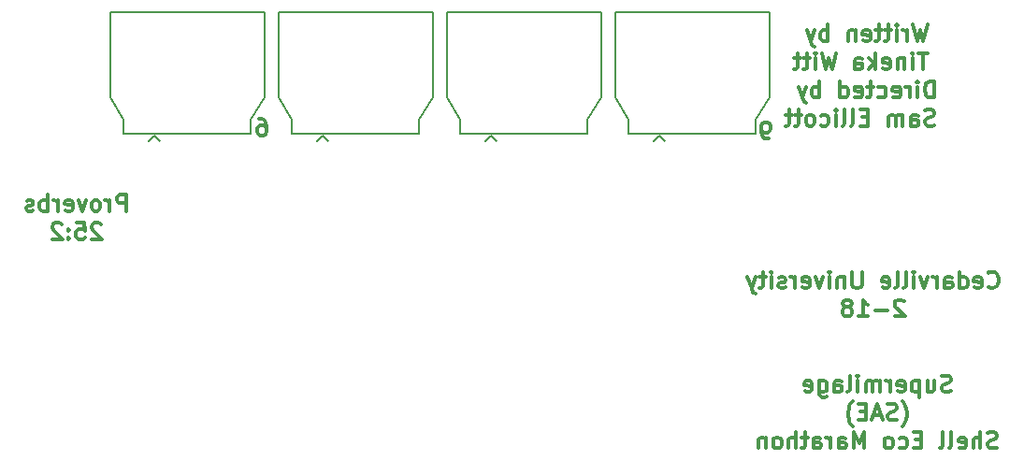
<source format=gbo>
G04 #@! TF.FileFunction,Legend,Bot*
%FSLAX46Y46*%
G04 Gerber Fmt 4.6, Leading zero omitted, Abs format (unit mm)*
G04 Created by KiCad (PCBNEW 4.0.7) date Fri Feb 23 12:26:53 2018*
%MOMM*%
%LPD*%
G01*
G04 APERTURE LIST*
%ADD10C,0.100000*%
%ADD11C,0.300000*%
%ADD12C,0.150000*%
G04 APERTURE END LIST*
D10*
D11*
X188506857Y-58128143D02*
X188292571Y-58199571D01*
X187935428Y-58199571D01*
X187792571Y-58128143D01*
X187721142Y-58056714D01*
X187649714Y-57913857D01*
X187649714Y-57771000D01*
X187721142Y-57628143D01*
X187792571Y-57556714D01*
X187935428Y-57485286D01*
X188221142Y-57413857D01*
X188364000Y-57342429D01*
X188435428Y-57271000D01*
X188506857Y-57128143D01*
X188506857Y-56985286D01*
X188435428Y-56842429D01*
X188364000Y-56771000D01*
X188221142Y-56699571D01*
X187864000Y-56699571D01*
X187649714Y-56771000D01*
X186364000Y-57199571D02*
X186364000Y-58199571D01*
X187006857Y-57199571D02*
X187006857Y-57985286D01*
X186935429Y-58128143D01*
X186792571Y-58199571D01*
X186578286Y-58199571D01*
X186435429Y-58128143D01*
X186364000Y-58056714D01*
X185649714Y-57199571D02*
X185649714Y-58699571D01*
X185649714Y-57271000D02*
X185506857Y-57199571D01*
X185221143Y-57199571D01*
X185078286Y-57271000D01*
X185006857Y-57342429D01*
X184935428Y-57485286D01*
X184935428Y-57913857D01*
X185006857Y-58056714D01*
X185078286Y-58128143D01*
X185221143Y-58199571D01*
X185506857Y-58199571D01*
X185649714Y-58128143D01*
X183721143Y-58128143D02*
X183864000Y-58199571D01*
X184149714Y-58199571D01*
X184292571Y-58128143D01*
X184364000Y-57985286D01*
X184364000Y-57413857D01*
X184292571Y-57271000D01*
X184149714Y-57199571D01*
X183864000Y-57199571D01*
X183721143Y-57271000D01*
X183649714Y-57413857D01*
X183649714Y-57556714D01*
X184364000Y-57699571D01*
X183006857Y-58199571D02*
X183006857Y-57199571D01*
X183006857Y-57485286D02*
X182935429Y-57342429D01*
X182864000Y-57271000D01*
X182721143Y-57199571D01*
X182578286Y-57199571D01*
X182078286Y-58199571D02*
X182078286Y-57199571D01*
X182078286Y-57342429D02*
X182006858Y-57271000D01*
X181864000Y-57199571D01*
X181649715Y-57199571D01*
X181506858Y-57271000D01*
X181435429Y-57413857D01*
X181435429Y-58199571D01*
X181435429Y-57413857D02*
X181364000Y-57271000D01*
X181221143Y-57199571D01*
X181006858Y-57199571D01*
X180864000Y-57271000D01*
X180792572Y-57413857D01*
X180792572Y-58199571D01*
X180078286Y-58199571D02*
X180078286Y-57199571D01*
X180078286Y-56699571D02*
X180149715Y-56771000D01*
X180078286Y-56842429D01*
X180006858Y-56771000D01*
X180078286Y-56699571D01*
X180078286Y-56842429D01*
X179149714Y-58199571D02*
X179292572Y-58128143D01*
X179364000Y-57985286D01*
X179364000Y-56699571D01*
X177935429Y-58199571D02*
X177935429Y-57413857D01*
X178006858Y-57271000D01*
X178149715Y-57199571D01*
X178435429Y-57199571D01*
X178578286Y-57271000D01*
X177935429Y-58128143D02*
X178078286Y-58199571D01*
X178435429Y-58199571D01*
X178578286Y-58128143D01*
X178649715Y-57985286D01*
X178649715Y-57842429D01*
X178578286Y-57699571D01*
X178435429Y-57628143D01*
X178078286Y-57628143D01*
X177935429Y-57556714D01*
X176578286Y-57199571D02*
X176578286Y-58413857D01*
X176649715Y-58556714D01*
X176721143Y-58628143D01*
X176864000Y-58699571D01*
X177078286Y-58699571D01*
X177221143Y-58628143D01*
X176578286Y-58128143D02*
X176721143Y-58199571D01*
X177006857Y-58199571D01*
X177149715Y-58128143D01*
X177221143Y-58056714D01*
X177292572Y-57913857D01*
X177292572Y-57485286D01*
X177221143Y-57342429D01*
X177149715Y-57271000D01*
X177006857Y-57199571D01*
X176721143Y-57199571D01*
X176578286Y-57271000D01*
X175292572Y-58128143D02*
X175435429Y-58199571D01*
X175721143Y-58199571D01*
X175864000Y-58128143D01*
X175935429Y-57985286D01*
X175935429Y-57413857D01*
X175864000Y-57271000D01*
X175721143Y-57199571D01*
X175435429Y-57199571D01*
X175292572Y-57271000D01*
X175221143Y-57413857D01*
X175221143Y-57556714D01*
X175935429Y-57699571D01*
X184114000Y-61321000D02*
X184185428Y-61249571D01*
X184328285Y-61035286D01*
X184399714Y-60892429D01*
X184471143Y-60678143D01*
X184542571Y-60321000D01*
X184542571Y-60035286D01*
X184471143Y-59678143D01*
X184399714Y-59463857D01*
X184328285Y-59321000D01*
X184185428Y-59106714D01*
X184114000Y-59035286D01*
X183614000Y-60678143D02*
X183399714Y-60749571D01*
X183042571Y-60749571D01*
X182899714Y-60678143D01*
X182828285Y-60606714D01*
X182756857Y-60463857D01*
X182756857Y-60321000D01*
X182828285Y-60178143D01*
X182899714Y-60106714D01*
X183042571Y-60035286D01*
X183328285Y-59963857D01*
X183471143Y-59892429D01*
X183542571Y-59821000D01*
X183614000Y-59678143D01*
X183614000Y-59535286D01*
X183542571Y-59392429D01*
X183471143Y-59321000D01*
X183328285Y-59249571D01*
X182971143Y-59249571D01*
X182756857Y-59321000D01*
X182185429Y-60321000D02*
X181471143Y-60321000D01*
X182328286Y-60749571D02*
X181828286Y-59249571D01*
X181328286Y-60749571D01*
X180828286Y-59963857D02*
X180328286Y-59963857D01*
X180114000Y-60749571D02*
X180828286Y-60749571D01*
X180828286Y-59249571D01*
X180114000Y-59249571D01*
X179614000Y-61321000D02*
X179542572Y-61249571D01*
X179399715Y-61035286D01*
X179328286Y-60892429D01*
X179256857Y-60678143D01*
X179185429Y-60321000D01*
X179185429Y-60035286D01*
X179256857Y-59678143D01*
X179328286Y-59463857D01*
X179399715Y-59321000D01*
X179542572Y-59106714D01*
X179614000Y-59035286D01*
X192685428Y-63228143D02*
X192471142Y-63299571D01*
X192113999Y-63299571D01*
X191971142Y-63228143D01*
X191899713Y-63156714D01*
X191828285Y-63013857D01*
X191828285Y-62871000D01*
X191899713Y-62728143D01*
X191971142Y-62656714D01*
X192113999Y-62585286D01*
X192399713Y-62513857D01*
X192542571Y-62442429D01*
X192613999Y-62371000D01*
X192685428Y-62228143D01*
X192685428Y-62085286D01*
X192613999Y-61942429D01*
X192542571Y-61871000D01*
X192399713Y-61799571D01*
X192042571Y-61799571D01*
X191828285Y-61871000D01*
X191185428Y-63299571D02*
X191185428Y-61799571D01*
X190542571Y-63299571D02*
X190542571Y-62513857D01*
X190614000Y-62371000D01*
X190756857Y-62299571D01*
X190971142Y-62299571D01*
X191114000Y-62371000D01*
X191185428Y-62442429D01*
X189256857Y-63228143D02*
X189399714Y-63299571D01*
X189685428Y-63299571D01*
X189828285Y-63228143D01*
X189899714Y-63085286D01*
X189899714Y-62513857D01*
X189828285Y-62371000D01*
X189685428Y-62299571D01*
X189399714Y-62299571D01*
X189256857Y-62371000D01*
X189185428Y-62513857D01*
X189185428Y-62656714D01*
X189899714Y-62799571D01*
X188328285Y-63299571D02*
X188471143Y-63228143D01*
X188542571Y-63085286D01*
X188542571Y-61799571D01*
X187542571Y-63299571D02*
X187685429Y-63228143D01*
X187756857Y-63085286D01*
X187756857Y-61799571D01*
X185828286Y-62513857D02*
X185328286Y-62513857D01*
X185114000Y-63299571D02*
X185828286Y-63299571D01*
X185828286Y-61799571D01*
X185114000Y-61799571D01*
X183828286Y-63228143D02*
X183971143Y-63299571D01*
X184256857Y-63299571D01*
X184399715Y-63228143D01*
X184471143Y-63156714D01*
X184542572Y-63013857D01*
X184542572Y-62585286D01*
X184471143Y-62442429D01*
X184399715Y-62371000D01*
X184256857Y-62299571D01*
X183971143Y-62299571D01*
X183828286Y-62371000D01*
X182971143Y-63299571D02*
X183114001Y-63228143D01*
X183185429Y-63156714D01*
X183256858Y-63013857D01*
X183256858Y-62585286D01*
X183185429Y-62442429D01*
X183114001Y-62371000D01*
X182971143Y-62299571D01*
X182756858Y-62299571D01*
X182614001Y-62371000D01*
X182542572Y-62442429D01*
X182471143Y-62585286D01*
X182471143Y-63013857D01*
X182542572Y-63156714D01*
X182614001Y-63228143D01*
X182756858Y-63299571D01*
X182971143Y-63299571D01*
X180685429Y-63299571D02*
X180685429Y-61799571D01*
X180185429Y-62871000D01*
X179685429Y-61799571D01*
X179685429Y-63299571D01*
X178328286Y-63299571D02*
X178328286Y-62513857D01*
X178399715Y-62371000D01*
X178542572Y-62299571D01*
X178828286Y-62299571D01*
X178971143Y-62371000D01*
X178328286Y-63228143D02*
X178471143Y-63299571D01*
X178828286Y-63299571D01*
X178971143Y-63228143D01*
X179042572Y-63085286D01*
X179042572Y-62942429D01*
X178971143Y-62799571D01*
X178828286Y-62728143D01*
X178471143Y-62728143D01*
X178328286Y-62656714D01*
X177614000Y-63299571D02*
X177614000Y-62299571D01*
X177614000Y-62585286D02*
X177542572Y-62442429D01*
X177471143Y-62371000D01*
X177328286Y-62299571D01*
X177185429Y-62299571D01*
X176042572Y-63299571D02*
X176042572Y-62513857D01*
X176114001Y-62371000D01*
X176256858Y-62299571D01*
X176542572Y-62299571D01*
X176685429Y-62371000D01*
X176042572Y-63228143D02*
X176185429Y-63299571D01*
X176542572Y-63299571D01*
X176685429Y-63228143D01*
X176756858Y-63085286D01*
X176756858Y-62942429D01*
X176685429Y-62799571D01*
X176542572Y-62728143D01*
X176185429Y-62728143D01*
X176042572Y-62656714D01*
X175542572Y-62299571D02*
X174971143Y-62299571D01*
X175328286Y-61799571D02*
X175328286Y-63085286D01*
X175256858Y-63228143D01*
X175114000Y-63299571D01*
X174971143Y-63299571D01*
X174471143Y-63299571D02*
X174471143Y-61799571D01*
X173828286Y-63299571D02*
X173828286Y-62513857D01*
X173899715Y-62371000D01*
X174042572Y-62299571D01*
X174256857Y-62299571D01*
X174399715Y-62371000D01*
X174471143Y-62442429D01*
X172899714Y-63299571D02*
X173042572Y-63228143D01*
X173114000Y-63156714D01*
X173185429Y-63013857D01*
X173185429Y-62585286D01*
X173114000Y-62442429D01*
X173042572Y-62371000D01*
X172899714Y-62299571D01*
X172685429Y-62299571D01*
X172542572Y-62371000D01*
X172471143Y-62442429D01*
X172399714Y-62585286D01*
X172399714Y-63013857D01*
X172471143Y-63156714D01*
X172542572Y-63228143D01*
X172685429Y-63299571D01*
X172899714Y-63299571D01*
X171756857Y-62299571D02*
X171756857Y-63299571D01*
X171756857Y-62442429D02*
X171685429Y-62371000D01*
X171542571Y-62299571D01*
X171328286Y-62299571D01*
X171185429Y-62371000D01*
X171114000Y-62513857D01*
X171114000Y-63299571D01*
X186375714Y-24944571D02*
X186018571Y-26444571D01*
X185732857Y-25373143D01*
X185447143Y-26444571D01*
X185090000Y-24944571D01*
X184518571Y-26444571D02*
X184518571Y-25444571D01*
X184518571Y-25730286D02*
X184447143Y-25587429D01*
X184375714Y-25516000D01*
X184232857Y-25444571D01*
X184090000Y-25444571D01*
X183590000Y-26444571D02*
X183590000Y-25444571D01*
X183590000Y-24944571D02*
X183661429Y-25016000D01*
X183590000Y-25087429D01*
X183518572Y-25016000D01*
X183590000Y-24944571D01*
X183590000Y-25087429D01*
X183090000Y-25444571D02*
X182518571Y-25444571D01*
X182875714Y-24944571D02*
X182875714Y-26230286D01*
X182804286Y-26373143D01*
X182661428Y-26444571D01*
X182518571Y-26444571D01*
X182232857Y-25444571D02*
X181661428Y-25444571D01*
X182018571Y-24944571D02*
X182018571Y-26230286D01*
X181947143Y-26373143D01*
X181804285Y-26444571D01*
X181661428Y-26444571D01*
X180590000Y-26373143D02*
X180732857Y-26444571D01*
X181018571Y-26444571D01*
X181161428Y-26373143D01*
X181232857Y-26230286D01*
X181232857Y-25658857D01*
X181161428Y-25516000D01*
X181018571Y-25444571D01*
X180732857Y-25444571D01*
X180590000Y-25516000D01*
X180518571Y-25658857D01*
X180518571Y-25801714D01*
X181232857Y-25944571D01*
X179875714Y-25444571D02*
X179875714Y-26444571D01*
X179875714Y-25587429D02*
X179804286Y-25516000D01*
X179661428Y-25444571D01*
X179447143Y-25444571D01*
X179304286Y-25516000D01*
X179232857Y-25658857D01*
X179232857Y-26444571D01*
X177375714Y-26444571D02*
X177375714Y-24944571D01*
X177375714Y-25516000D02*
X177232857Y-25444571D01*
X176947143Y-25444571D01*
X176804286Y-25516000D01*
X176732857Y-25587429D01*
X176661428Y-25730286D01*
X176661428Y-26158857D01*
X176732857Y-26301714D01*
X176804286Y-26373143D01*
X176947143Y-26444571D01*
X177232857Y-26444571D01*
X177375714Y-26373143D01*
X176161428Y-25444571D02*
X175804285Y-26444571D01*
X175447143Y-25444571D02*
X175804285Y-26444571D01*
X175947143Y-26801714D01*
X176018571Y-26873143D01*
X176161428Y-26944571D01*
X186375715Y-27494571D02*
X185518572Y-27494571D01*
X185947143Y-28994571D02*
X185947143Y-27494571D01*
X185018572Y-28994571D02*
X185018572Y-27994571D01*
X185018572Y-27494571D02*
X185090001Y-27566000D01*
X185018572Y-27637429D01*
X184947144Y-27566000D01*
X185018572Y-27494571D01*
X185018572Y-27637429D01*
X184304286Y-27994571D02*
X184304286Y-28994571D01*
X184304286Y-28137429D02*
X184232858Y-28066000D01*
X184090000Y-27994571D01*
X183875715Y-27994571D01*
X183732858Y-28066000D01*
X183661429Y-28208857D01*
X183661429Y-28994571D01*
X182375715Y-28923143D02*
X182518572Y-28994571D01*
X182804286Y-28994571D01*
X182947143Y-28923143D01*
X183018572Y-28780286D01*
X183018572Y-28208857D01*
X182947143Y-28066000D01*
X182804286Y-27994571D01*
X182518572Y-27994571D01*
X182375715Y-28066000D01*
X182304286Y-28208857D01*
X182304286Y-28351714D01*
X183018572Y-28494571D01*
X181661429Y-28994571D02*
X181661429Y-27494571D01*
X181518572Y-28423143D02*
X181090001Y-28994571D01*
X181090001Y-27994571D02*
X181661429Y-28566000D01*
X179804286Y-28994571D02*
X179804286Y-28208857D01*
X179875715Y-28066000D01*
X180018572Y-27994571D01*
X180304286Y-27994571D01*
X180447143Y-28066000D01*
X179804286Y-28923143D02*
X179947143Y-28994571D01*
X180304286Y-28994571D01*
X180447143Y-28923143D01*
X180518572Y-28780286D01*
X180518572Y-28637429D01*
X180447143Y-28494571D01*
X180304286Y-28423143D01*
X179947143Y-28423143D01*
X179804286Y-28351714D01*
X178090000Y-27494571D02*
X177732857Y-28994571D01*
X177447143Y-27923143D01*
X177161429Y-28994571D01*
X176804286Y-27494571D01*
X176232857Y-28994571D02*
X176232857Y-27994571D01*
X176232857Y-27494571D02*
X176304286Y-27566000D01*
X176232857Y-27637429D01*
X176161429Y-27566000D01*
X176232857Y-27494571D01*
X176232857Y-27637429D01*
X175732857Y-27994571D02*
X175161428Y-27994571D01*
X175518571Y-27494571D02*
X175518571Y-28780286D01*
X175447143Y-28923143D01*
X175304285Y-28994571D01*
X175161428Y-28994571D01*
X174875714Y-27994571D02*
X174304285Y-27994571D01*
X174661428Y-27494571D02*
X174661428Y-28780286D01*
X174590000Y-28923143D01*
X174447142Y-28994571D01*
X174304285Y-28994571D01*
X186982856Y-31544571D02*
X186982856Y-30044571D01*
X186625713Y-30044571D01*
X186411428Y-30116000D01*
X186268570Y-30258857D01*
X186197142Y-30401714D01*
X186125713Y-30687429D01*
X186125713Y-30901714D01*
X186197142Y-31187429D01*
X186268570Y-31330286D01*
X186411428Y-31473143D01*
X186625713Y-31544571D01*
X186982856Y-31544571D01*
X185482856Y-31544571D02*
X185482856Y-30544571D01*
X185482856Y-30044571D02*
X185554285Y-30116000D01*
X185482856Y-30187429D01*
X185411428Y-30116000D01*
X185482856Y-30044571D01*
X185482856Y-30187429D01*
X184768570Y-31544571D02*
X184768570Y-30544571D01*
X184768570Y-30830286D02*
X184697142Y-30687429D01*
X184625713Y-30616000D01*
X184482856Y-30544571D01*
X184339999Y-30544571D01*
X183268571Y-31473143D02*
X183411428Y-31544571D01*
X183697142Y-31544571D01*
X183839999Y-31473143D01*
X183911428Y-31330286D01*
X183911428Y-30758857D01*
X183839999Y-30616000D01*
X183697142Y-30544571D01*
X183411428Y-30544571D01*
X183268571Y-30616000D01*
X183197142Y-30758857D01*
X183197142Y-30901714D01*
X183911428Y-31044571D01*
X181911428Y-31473143D02*
X182054285Y-31544571D01*
X182339999Y-31544571D01*
X182482857Y-31473143D01*
X182554285Y-31401714D01*
X182625714Y-31258857D01*
X182625714Y-30830286D01*
X182554285Y-30687429D01*
X182482857Y-30616000D01*
X182339999Y-30544571D01*
X182054285Y-30544571D01*
X181911428Y-30616000D01*
X181482857Y-30544571D02*
X180911428Y-30544571D01*
X181268571Y-30044571D02*
X181268571Y-31330286D01*
X181197143Y-31473143D01*
X181054285Y-31544571D01*
X180911428Y-31544571D01*
X179840000Y-31473143D02*
X179982857Y-31544571D01*
X180268571Y-31544571D01*
X180411428Y-31473143D01*
X180482857Y-31330286D01*
X180482857Y-30758857D01*
X180411428Y-30616000D01*
X180268571Y-30544571D01*
X179982857Y-30544571D01*
X179840000Y-30616000D01*
X179768571Y-30758857D01*
X179768571Y-30901714D01*
X180482857Y-31044571D01*
X178482857Y-31544571D02*
X178482857Y-30044571D01*
X178482857Y-31473143D02*
X178625714Y-31544571D01*
X178911428Y-31544571D01*
X179054286Y-31473143D01*
X179125714Y-31401714D01*
X179197143Y-31258857D01*
X179197143Y-30830286D01*
X179125714Y-30687429D01*
X179054286Y-30616000D01*
X178911428Y-30544571D01*
X178625714Y-30544571D01*
X178482857Y-30616000D01*
X176625714Y-31544571D02*
X176625714Y-30044571D01*
X176625714Y-30616000D02*
X176482857Y-30544571D01*
X176197143Y-30544571D01*
X176054286Y-30616000D01*
X175982857Y-30687429D01*
X175911428Y-30830286D01*
X175911428Y-31258857D01*
X175982857Y-31401714D01*
X176054286Y-31473143D01*
X176197143Y-31544571D01*
X176482857Y-31544571D01*
X176625714Y-31473143D01*
X175411428Y-30544571D02*
X175054285Y-31544571D01*
X174697143Y-30544571D02*
X175054285Y-31544571D01*
X175197143Y-31901714D01*
X175268571Y-31973143D01*
X175411428Y-32044571D01*
X187018571Y-34023143D02*
X186804285Y-34094571D01*
X186447142Y-34094571D01*
X186304285Y-34023143D01*
X186232856Y-33951714D01*
X186161428Y-33808857D01*
X186161428Y-33666000D01*
X186232856Y-33523143D01*
X186304285Y-33451714D01*
X186447142Y-33380286D01*
X186732856Y-33308857D01*
X186875714Y-33237429D01*
X186947142Y-33166000D01*
X187018571Y-33023143D01*
X187018571Y-32880286D01*
X186947142Y-32737429D01*
X186875714Y-32666000D01*
X186732856Y-32594571D01*
X186375714Y-32594571D01*
X186161428Y-32666000D01*
X184875714Y-34094571D02*
X184875714Y-33308857D01*
X184947143Y-33166000D01*
X185090000Y-33094571D01*
X185375714Y-33094571D01*
X185518571Y-33166000D01*
X184875714Y-34023143D02*
X185018571Y-34094571D01*
X185375714Y-34094571D01*
X185518571Y-34023143D01*
X185590000Y-33880286D01*
X185590000Y-33737429D01*
X185518571Y-33594571D01*
X185375714Y-33523143D01*
X185018571Y-33523143D01*
X184875714Y-33451714D01*
X184161428Y-34094571D02*
X184161428Y-33094571D01*
X184161428Y-33237429D02*
X184090000Y-33166000D01*
X183947142Y-33094571D01*
X183732857Y-33094571D01*
X183590000Y-33166000D01*
X183518571Y-33308857D01*
X183518571Y-34094571D01*
X183518571Y-33308857D02*
X183447142Y-33166000D01*
X183304285Y-33094571D01*
X183090000Y-33094571D01*
X182947142Y-33166000D01*
X182875714Y-33308857D01*
X182875714Y-34094571D01*
X181018571Y-33308857D02*
X180518571Y-33308857D01*
X180304285Y-34094571D02*
X181018571Y-34094571D01*
X181018571Y-32594571D01*
X180304285Y-32594571D01*
X179447142Y-34094571D02*
X179590000Y-34023143D01*
X179661428Y-33880286D01*
X179661428Y-32594571D01*
X178661428Y-34094571D02*
X178804286Y-34023143D01*
X178875714Y-33880286D01*
X178875714Y-32594571D01*
X178090000Y-34094571D02*
X178090000Y-33094571D01*
X178090000Y-32594571D02*
X178161429Y-32666000D01*
X178090000Y-32737429D01*
X178018572Y-32666000D01*
X178090000Y-32594571D01*
X178090000Y-32737429D01*
X176732857Y-34023143D02*
X176875714Y-34094571D01*
X177161428Y-34094571D01*
X177304286Y-34023143D01*
X177375714Y-33951714D01*
X177447143Y-33808857D01*
X177447143Y-33380286D01*
X177375714Y-33237429D01*
X177304286Y-33166000D01*
X177161428Y-33094571D01*
X176875714Y-33094571D01*
X176732857Y-33166000D01*
X175875714Y-34094571D02*
X176018572Y-34023143D01*
X176090000Y-33951714D01*
X176161429Y-33808857D01*
X176161429Y-33380286D01*
X176090000Y-33237429D01*
X176018572Y-33166000D01*
X175875714Y-33094571D01*
X175661429Y-33094571D01*
X175518572Y-33166000D01*
X175447143Y-33237429D01*
X175375714Y-33380286D01*
X175375714Y-33808857D01*
X175447143Y-33951714D01*
X175518572Y-34023143D01*
X175661429Y-34094571D01*
X175875714Y-34094571D01*
X174947143Y-33094571D02*
X174375714Y-33094571D01*
X174732857Y-32594571D02*
X174732857Y-33880286D01*
X174661429Y-34023143D01*
X174518571Y-34094571D01*
X174375714Y-34094571D01*
X174090000Y-33094571D02*
X173518571Y-33094571D01*
X173875714Y-32594571D02*
X173875714Y-33880286D01*
X173804286Y-34023143D01*
X173661428Y-34094571D01*
X173518571Y-34094571D01*
X113846999Y-41821571D02*
X113846999Y-40321571D01*
X113275571Y-40321571D01*
X113132713Y-40393000D01*
X113061285Y-40464429D01*
X112989856Y-40607286D01*
X112989856Y-40821571D01*
X113061285Y-40964429D01*
X113132713Y-41035857D01*
X113275571Y-41107286D01*
X113846999Y-41107286D01*
X112346999Y-41821571D02*
X112346999Y-40821571D01*
X112346999Y-41107286D02*
X112275571Y-40964429D01*
X112204142Y-40893000D01*
X112061285Y-40821571D01*
X111918428Y-40821571D01*
X111204142Y-41821571D02*
X111347000Y-41750143D01*
X111418428Y-41678714D01*
X111489857Y-41535857D01*
X111489857Y-41107286D01*
X111418428Y-40964429D01*
X111347000Y-40893000D01*
X111204142Y-40821571D01*
X110989857Y-40821571D01*
X110847000Y-40893000D01*
X110775571Y-40964429D01*
X110704142Y-41107286D01*
X110704142Y-41535857D01*
X110775571Y-41678714D01*
X110847000Y-41750143D01*
X110989857Y-41821571D01*
X111204142Y-41821571D01*
X110204142Y-40821571D02*
X109846999Y-41821571D01*
X109489857Y-40821571D01*
X108347000Y-41750143D02*
X108489857Y-41821571D01*
X108775571Y-41821571D01*
X108918428Y-41750143D01*
X108989857Y-41607286D01*
X108989857Y-41035857D01*
X108918428Y-40893000D01*
X108775571Y-40821571D01*
X108489857Y-40821571D01*
X108347000Y-40893000D01*
X108275571Y-41035857D01*
X108275571Y-41178714D01*
X108989857Y-41321571D01*
X107632714Y-41821571D02*
X107632714Y-40821571D01*
X107632714Y-41107286D02*
X107561286Y-40964429D01*
X107489857Y-40893000D01*
X107347000Y-40821571D01*
X107204143Y-40821571D01*
X106704143Y-41821571D02*
X106704143Y-40321571D01*
X106704143Y-40893000D02*
X106561286Y-40821571D01*
X106275572Y-40821571D01*
X106132715Y-40893000D01*
X106061286Y-40964429D01*
X105989857Y-41107286D01*
X105989857Y-41535857D01*
X106061286Y-41678714D01*
X106132715Y-41750143D01*
X106275572Y-41821571D01*
X106561286Y-41821571D01*
X106704143Y-41750143D01*
X105418429Y-41750143D02*
X105275572Y-41821571D01*
X104989857Y-41821571D01*
X104847000Y-41750143D01*
X104775572Y-41607286D01*
X104775572Y-41535857D01*
X104847000Y-41393000D01*
X104989857Y-41321571D01*
X105204143Y-41321571D01*
X105347000Y-41250143D01*
X105418429Y-41107286D01*
X105418429Y-41035857D01*
X105347000Y-40893000D01*
X105204143Y-40821571D01*
X104989857Y-40821571D01*
X104847000Y-40893000D01*
X111561285Y-43014429D02*
X111489856Y-42943000D01*
X111346999Y-42871571D01*
X110989856Y-42871571D01*
X110846999Y-42943000D01*
X110775570Y-43014429D01*
X110704142Y-43157286D01*
X110704142Y-43300143D01*
X110775570Y-43514429D01*
X111632713Y-44371571D01*
X110704142Y-44371571D01*
X109346999Y-42871571D02*
X110061285Y-42871571D01*
X110132714Y-43585857D01*
X110061285Y-43514429D01*
X109918428Y-43443000D01*
X109561285Y-43443000D01*
X109418428Y-43514429D01*
X109346999Y-43585857D01*
X109275571Y-43728714D01*
X109275571Y-44085857D01*
X109346999Y-44228714D01*
X109418428Y-44300143D01*
X109561285Y-44371571D01*
X109918428Y-44371571D01*
X110061285Y-44300143D01*
X110132714Y-44228714D01*
X108632714Y-44228714D02*
X108561286Y-44300143D01*
X108632714Y-44371571D01*
X108704143Y-44300143D01*
X108632714Y-44228714D01*
X108632714Y-44371571D01*
X108632714Y-43443000D02*
X108561286Y-43514429D01*
X108632714Y-43585857D01*
X108704143Y-43514429D01*
X108632714Y-43443000D01*
X108632714Y-43585857D01*
X107989857Y-43014429D02*
X107918428Y-42943000D01*
X107775571Y-42871571D01*
X107418428Y-42871571D01*
X107275571Y-42943000D01*
X107204142Y-43014429D01*
X107132714Y-43157286D01*
X107132714Y-43300143D01*
X107204142Y-43514429D01*
X108061285Y-44371571D01*
X107132714Y-44371571D01*
X191875856Y-48663714D02*
X191947285Y-48735143D01*
X192161571Y-48806571D01*
X192304428Y-48806571D01*
X192518713Y-48735143D01*
X192661571Y-48592286D01*
X192732999Y-48449429D01*
X192804428Y-48163714D01*
X192804428Y-47949429D01*
X192732999Y-47663714D01*
X192661571Y-47520857D01*
X192518713Y-47378000D01*
X192304428Y-47306571D01*
X192161571Y-47306571D01*
X191947285Y-47378000D01*
X191875856Y-47449429D01*
X190661571Y-48735143D02*
X190804428Y-48806571D01*
X191090142Y-48806571D01*
X191232999Y-48735143D01*
X191304428Y-48592286D01*
X191304428Y-48020857D01*
X191232999Y-47878000D01*
X191090142Y-47806571D01*
X190804428Y-47806571D01*
X190661571Y-47878000D01*
X190590142Y-48020857D01*
X190590142Y-48163714D01*
X191304428Y-48306571D01*
X189304428Y-48806571D02*
X189304428Y-47306571D01*
X189304428Y-48735143D02*
X189447285Y-48806571D01*
X189732999Y-48806571D01*
X189875857Y-48735143D01*
X189947285Y-48663714D01*
X190018714Y-48520857D01*
X190018714Y-48092286D01*
X189947285Y-47949429D01*
X189875857Y-47878000D01*
X189732999Y-47806571D01*
X189447285Y-47806571D01*
X189304428Y-47878000D01*
X187947285Y-48806571D02*
X187947285Y-48020857D01*
X188018714Y-47878000D01*
X188161571Y-47806571D01*
X188447285Y-47806571D01*
X188590142Y-47878000D01*
X187947285Y-48735143D02*
X188090142Y-48806571D01*
X188447285Y-48806571D01*
X188590142Y-48735143D01*
X188661571Y-48592286D01*
X188661571Y-48449429D01*
X188590142Y-48306571D01*
X188447285Y-48235143D01*
X188090142Y-48235143D01*
X187947285Y-48163714D01*
X187232999Y-48806571D02*
X187232999Y-47806571D01*
X187232999Y-48092286D02*
X187161571Y-47949429D01*
X187090142Y-47878000D01*
X186947285Y-47806571D01*
X186804428Y-47806571D01*
X186447285Y-47806571D02*
X186090142Y-48806571D01*
X185733000Y-47806571D01*
X185161571Y-48806571D02*
X185161571Y-47806571D01*
X185161571Y-47306571D02*
X185233000Y-47378000D01*
X185161571Y-47449429D01*
X185090143Y-47378000D01*
X185161571Y-47306571D01*
X185161571Y-47449429D01*
X184232999Y-48806571D02*
X184375857Y-48735143D01*
X184447285Y-48592286D01*
X184447285Y-47306571D01*
X183447285Y-48806571D02*
X183590143Y-48735143D01*
X183661571Y-48592286D01*
X183661571Y-47306571D01*
X182304429Y-48735143D02*
X182447286Y-48806571D01*
X182733000Y-48806571D01*
X182875857Y-48735143D01*
X182947286Y-48592286D01*
X182947286Y-48020857D01*
X182875857Y-47878000D01*
X182733000Y-47806571D01*
X182447286Y-47806571D01*
X182304429Y-47878000D01*
X182233000Y-48020857D01*
X182233000Y-48163714D01*
X182947286Y-48306571D01*
X180447286Y-47306571D02*
X180447286Y-48520857D01*
X180375858Y-48663714D01*
X180304429Y-48735143D01*
X180161572Y-48806571D01*
X179875858Y-48806571D01*
X179733000Y-48735143D01*
X179661572Y-48663714D01*
X179590143Y-48520857D01*
X179590143Y-47306571D01*
X178875857Y-47806571D02*
X178875857Y-48806571D01*
X178875857Y-47949429D02*
X178804429Y-47878000D01*
X178661571Y-47806571D01*
X178447286Y-47806571D01*
X178304429Y-47878000D01*
X178233000Y-48020857D01*
X178233000Y-48806571D01*
X177518714Y-48806571D02*
X177518714Y-47806571D01*
X177518714Y-47306571D02*
X177590143Y-47378000D01*
X177518714Y-47449429D01*
X177447286Y-47378000D01*
X177518714Y-47306571D01*
X177518714Y-47449429D01*
X176947285Y-47806571D02*
X176590142Y-48806571D01*
X176233000Y-47806571D01*
X175090143Y-48735143D02*
X175233000Y-48806571D01*
X175518714Y-48806571D01*
X175661571Y-48735143D01*
X175733000Y-48592286D01*
X175733000Y-48020857D01*
X175661571Y-47878000D01*
X175518714Y-47806571D01*
X175233000Y-47806571D01*
X175090143Y-47878000D01*
X175018714Y-48020857D01*
X175018714Y-48163714D01*
X175733000Y-48306571D01*
X174375857Y-48806571D02*
X174375857Y-47806571D01*
X174375857Y-48092286D02*
X174304429Y-47949429D01*
X174233000Y-47878000D01*
X174090143Y-47806571D01*
X173947286Y-47806571D01*
X173518715Y-48735143D02*
X173375858Y-48806571D01*
X173090143Y-48806571D01*
X172947286Y-48735143D01*
X172875858Y-48592286D01*
X172875858Y-48520857D01*
X172947286Y-48378000D01*
X173090143Y-48306571D01*
X173304429Y-48306571D01*
X173447286Y-48235143D01*
X173518715Y-48092286D01*
X173518715Y-48020857D01*
X173447286Y-47878000D01*
X173304429Y-47806571D01*
X173090143Y-47806571D01*
X172947286Y-47878000D01*
X172233000Y-48806571D02*
X172233000Y-47806571D01*
X172233000Y-47306571D02*
X172304429Y-47378000D01*
X172233000Y-47449429D01*
X172161572Y-47378000D01*
X172233000Y-47306571D01*
X172233000Y-47449429D01*
X171733000Y-47806571D02*
X171161571Y-47806571D01*
X171518714Y-47306571D02*
X171518714Y-48592286D01*
X171447286Y-48735143D01*
X171304428Y-48806571D01*
X171161571Y-48806571D01*
X170804428Y-47806571D02*
X170447285Y-48806571D01*
X170090143Y-47806571D02*
X170447285Y-48806571D01*
X170590143Y-49163714D01*
X170661571Y-49235143D01*
X170804428Y-49306571D01*
X184268714Y-49999429D02*
X184197285Y-49928000D01*
X184054428Y-49856571D01*
X183697285Y-49856571D01*
X183554428Y-49928000D01*
X183482999Y-49999429D01*
X183411571Y-50142286D01*
X183411571Y-50285143D01*
X183482999Y-50499429D01*
X184340142Y-51356571D01*
X183411571Y-51356571D01*
X182768714Y-50785143D02*
X181625857Y-50785143D01*
X180125857Y-51356571D02*
X180983000Y-51356571D01*
X180554428Y-51356571D02*
X180554428Y-49856571D01*
X180697285Y-50070857D01*
X180840143Y-50213714D01*
X180983000Y-50285143D01*
X179268714Y-50499429D02*
X179411572Y-50428000D01*
X179483000Y-50356571D01*
X179554429Y-50213714D01*
X179554429Y-50142286D01*
X179483000Y-49999429D01*
X179411572Y-49928000D01*
X179268714Y-49856571D01*
X178983000Y-49856571D01*
X178840143Y-49928000D01*
X178768714Y-49999429D01*
X178697286Y-50142286D01*
X178697286Y-50213714D01*
X178768714Y-50356571D01*
X178840143Y-50428000D01*
X178983000Y-50499429D01*
X179268714Y-50499429D01*
X179411572Y-50570857D01*
X179483000Y-50642286D01*
X179554429Y-50785143D01*
X179554429Y-51070857D01*
X179483000Y-51213714D01*
X179411572Y-51285143D01*
X179268714Y-51356571D01*
X178983000Y-51356571D01*
X178840143Y-51285143D01*
X178768714Y-51213714D01*
X178697286Y-51070857D01*
X178697286Y-50785143D01*
X178768714Y-50642286D01*
X178840143Y-50570857D01*
X178983000Y-50499429D01*
X125850685Y-33468571D02*
X126136399Y-33468571D01*
X126279256Y-33540000D01*
X126350685Y-33611429D01*
X126493542Y-33825714D01*
X126564971Y-34111429D01*
X126564971Y-34682857D01*
X126493542Y-34825714D01*
X126422114Y-34897143D01*
X126279256Y-34968571D01*
X125993542Y-34968571D01*
X125850685Y-34897143D01*
X125779256Y-34825714D01*
X125707828Y-34682857D01*
X125707828Y-34325714D01*
X125779256Y-34182857D01*
X125850685Y-34111429D01*
X125993542Y-34040000D01*
X126279256Y-34040000D01*
X126422114Y-34111429D01*
X126493542Y-34182857D01*
X126564971Y-34325714D01*
X172040514Y-35273371D02*
X171754799Y-35273371D01*
X171611942Y-35201943D01*
X171540514Y-35130514D01*
X171397656Y-34916229D01*
X171326228Y-34630514D01*
X171326228Y-34059086D01*
X171397656Y-33916229D01*
X171469085Y-33844800D01*
X171611942Y-33773371D01*
X171897656Y-33773371D01*
X172040514Y-33844800D01*
X172111942Y-33916229D01*
X172183371Y-34059086D01*
X172183371Y-34416229D01*
X172111942Y-34559086D01*
X172040514Y-34630514D01*
X171897656Y-34701943D01*
X171611942Y-34701943D01*
X171469085Y-34630514D01*
X171397656Y-34559086D01*
X171326228Y-34416229D01*
D12*
X146860000Y-35020000D02*
X147360000Y-35520000D01*
X146360000Y-35520000D02*
X146860000Y-35020000D01*
X142860000Y-31520000D02*
X142860000Y-23770000D01*
X144110000Y-33520000D02*
X142860000Y-31520000D01*
X144110000Y-34820000D02*
X144110000Y-33520000D01*
X155610000Y-34820000D02*
X144110000Y-34820000D01*
X155610000Y-33520000D02*
X155610000Y-34820000D01*
X156860000Y-31520000D02*
X155610000Y-33520000D01*
X156860000Y-23770000D02*
X156860000Y-31520000D01*
X142860000Y-23770000D02*
X156860000Y-23770000D01*
X116380000Y-35020000D02*
X116880000Y-35520000D01*
X115880000Y-35520000D02*
X116380000Y-35020000D01*
X112380000Y-31520000D02*
X112380000Y-23770000D01*
X113630000Y-33520000D02*
X112380000Y-31520000D01*
X113630000Y-34820000D02*
X113630000Y-33520000D01*
X125130000Y-34820000D02*
X113630000Y-34820000D01*
X125130000Y-33520000D02*
X125130000Y-34820000D01*
X126380000Y-31520000D02*
X125130000Y-33520000D01*
X126380000Y-23770000D02*
X126380000Y-31520000D01*
X112380000Y-23770000D02*
X126380000Y-23770000D01*
X131620000Y-35020000D02*
X132120000Y-35520000D01*
X131120000Y-35520000D02*
X131620000Y-35020000D01*
X127620000Y-31520000D02*
X127620000Y-23770000D01*
X128870000Y-33520000D02*
X127620000Y-31520000D01*
X128870000Y-34820000D02*
X128870000Y-33520000D01*
X140370000Y-34820000D02*
X128870000Y-34820000D01*
X140370000Y-33520000D02*
X140370000Y-34820000D01*
X141620000Y-31520000D02*
X140370000Y-33520000D01*
X141620000Y-23770000D02*
X141620000Y-31520000D01*
X127620000Y-23770000D02*
X141620000Y-23770000D01*
X162100000Y-35020000D02*
X162600000Y-35520000D01*
X161600000Y-35520000D02*
X162100000Y-35020000D01*
X158100000Y-31520000D02*
X158100000Y-23770000D01*
X159350000Y-33520000D02*
X158100000Y-31520000D01*
X159350000Y-34820000D02*
X159350000Y-33520000D01*
X170850000Y-34820000D02*
X159350000Y-34820000D01*
X170850000Y-33520000D02*
X170850000Y-34820000D01*
X172100000Y-31520000D02*
X170850000Y-33520000D01*
X172100000Y-23770000D02*
X172100000Y-31520000D01*
X158100000Y-23770000D02*
X172100000Y-23770000D01*
M02*

</source>
